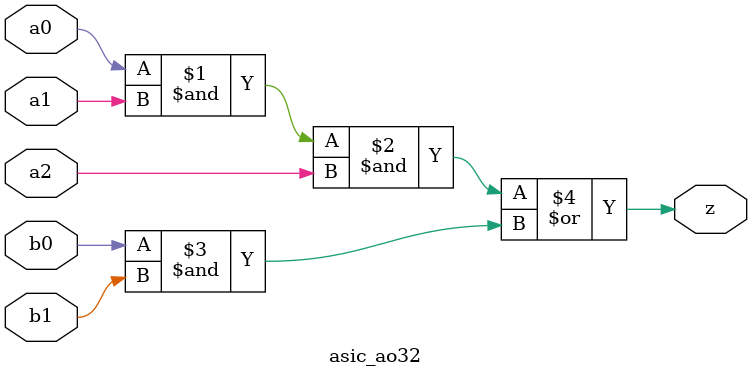
<source format=v>

module asic_ao32 #(parameter PROP = "DEFAULT")  (
   input  a0,
   input  a1,
   input  a2,
   input  b0,
   input  b1,
   output z
   );

   assign z = (a0 & a1 & a2) | (b0 & b1);

endmodule

</source>
